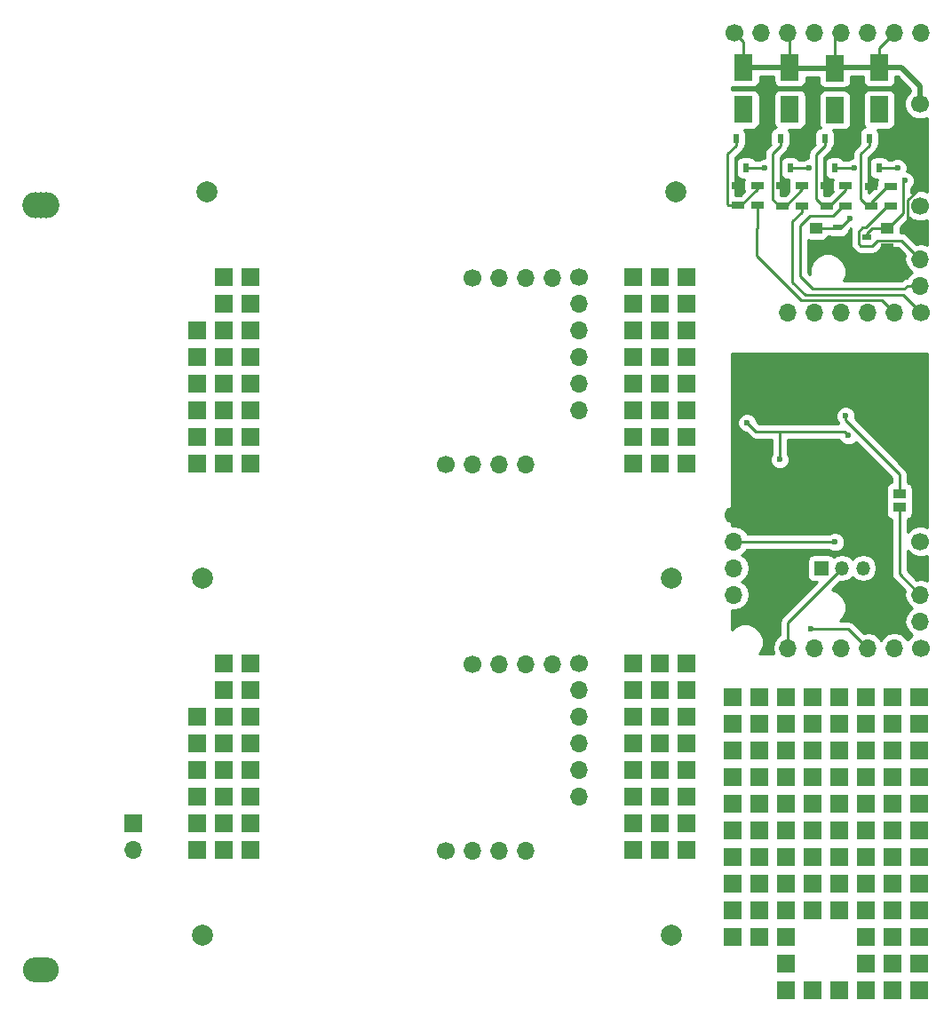
<source format=gbl>
%MOIN*%
%OFA0B0*%
%FSLAX46Y46*%
%IPPOS*%
%LPD*%
%ADD10C,0.0039370078740157488*%
%ADD11R,0.066929133858267723X0.066929133858267723*%
%ADD22C,0.0039370078740157488*%
%ADD23C,0.066929133858267723*%
%ADD24O,0.066929133858267723X0.066929133858267723*%
%ADD25R,0.035433070866141732X0.023622047244094488*%
%ADD26R,0.049212598425196853X0.03937007874015748*%
%ADD27R,0.070866141732283464X0.0984251968503937*%
%ADD28R,0.051181102362204731X0.027559055118110236*%
%ADD29R,0.023622047244094488X0.035433070866141732*%
%ADD30C,0.023622047244094488*%
%ADD31C,0.00984251968503937*%
%ADD32C,0.01968503937007874*%
%ADD33C,0.01*%
%ADD44C,0.0039370078740157488*%
%ADD45O,0.0984251968503937X0.0984251968503937*%
%ADD46O,0.094488188976377951X0.094488188976377951*%
%ADD47R,0.066929133858267723X0.066929133858267723*%
%ADD48O,0.066929133858267723X0.066929133858267723*%
%ADD59C,0.0039370078740157488*%
%ADD60R,0.066929133858267723X0.066929133858267723*%
%ADD61C,0.066929133858267723*%
%ADD62O,0.066929133858267723X0.066929133858267723*%
%ADD63C,0.07874015748031496*%
%ADD74C,0.0039370078740157488*%
%ADD75R,0.066929133858267723X0.066929133858267723*%
%ADD76C,0.066929133858267723*%
%ADD77O,0.066929133858267723X0.066929133858267723*%
%ADD78C,0.07874015748031496*%
%ADD89C,0.0039370078740157488*%
%ADD90C,0.066929133858267723*%
%ADD91O,0.066929133858267723X0.066929133858267723*%
%ADD92R,0.053149606299212608X0.053149606299212608*%
%ADD93O,0.053149606299212608X0.053149606299212608*%
%ADD94R,0.05X0.038188976377952759*%
%ADD95C,0.023622047244094488*%
%ADD96C,0.00984251968503937*%
%ADD97C,0.01*%
%LPD*%
G01*
D10*
D11*
X-0002165354Y0005511811D02*
X0003684645Y0001161811D03*
X0003584645Y0001161811D03*
X0003684645Y0001061811D03*
X0003584645Y0001061811D03*
X0002984645Y0001161811D03*
X0003084645Y0001161811D03*
X0003184645Y0001161811D03*
X0003284645Y0001161811D03*
X0003384645Y0001161811D03*
X0003484645Y0001161811D03*
X0002984645Y0001061811D03*
X0003084645Y0001061811D03*
X0003184645Y0001061811D03*
X0003284645Y0001061811D03*
X0003384645Y0001061811D03*
X0003484645Y0001061811D03*
X0002984645Y0000961810D03*
X0003084645Y0000961810D03*
X0003184645Y0000961810D03*
X0003284645Y0000961810D03*
X0003384645Y0000961810D03*
X0003484645Y0000961810D03*
X0003584645Y0000961810D03*
X0003684645Y0000961810D03*
X0002984645Y0000861810D03*
X0003084645Y0000861810D03*
X0003184645Y0000861810D03*
X0003284645Y0000861810D03*
X0003384645Y0000861810D03*
X0003484645Y0000861810D03*
X0003584645Y0000861810D03*
X0003684645Y0000861810D03*
X0002984645Y0000761810D03*
X0003084645Y0000761810D03*
X0003184645Y0000761810D03*
X0003284645Y0000761810D03*
X0003384645Y0000761810D03*
X0003484645Y0000761810D03*
X0003584645Y0000761810D03*
X0003684645Y0000761810D03*
X0002984645Y0000661811D03*
X0003084645Y0000661811D03*
X0003184645Y0000661811D03*
X0003284645Y0000661811D03*
X0003384645Y0000661811D03*
X0003484645Y0000661811D03*
X0003584645Y0000661811D03*
X0003684645Y0000661811D03*
X0002984645Y0000561810D03*
X0003084645Y0000561810D03*
X0003184645Y0000561810D03*
X0003284645Y0000561810D03*
X0003384645Y0000561810D03*
X0003484645Y0000561810D03*
X0003584645Y0000561810D03*
X0003684645Y0000561810D03*
X0002984645Y0000461809D03*
X0003084645Y0000461809D03*
X0003184645Y0000461809D03*
X0003284645Y0000461809D03*
X0003384645Y0000461809D03*
X0003484645Y0000461809D03*
X0003584645Y0000461809D03*
X0003684645Y0000461809D03*
X0002984645Y0000361810D03*
X0003084645Y0000361810D03*
X0003184645Y0000361810D03*
X0003284645Y0000361810D03*
X0003384645Y0000361810D03*
X0003484645Y0000361810D03*
X0003584645Y0000361810D03*
X0003684645Y0000361810D03*
X0002984645Y0000261811D03*
X0003084645Y0000261811D03*
X0003184645Y0000261811D03*
X0003484645Y0000261811D03*
X0003584645Y0000261811D03*
X0003684645Y0000261811D03*
X0003184645Y0000161811D03*
X0003484645Y0000161811D03*
X0003584645Y0000161811D03*
X0003684645Y0000161811D03*
X0003184645Y0000061810D03*
X0003284645Y0000061810D03*
X0003384645Y0000061810D03*
X0003484645Y0000061810D03*
X0003584645Y0000061810D03*
X0003684645Y0000061810D03*
G01*
D22*
D23*
X-0003740157Y0007480314D02*
X0003684842Y0003390314D03*
D24*
X0003684842Y0003290314D03*
D23*
X0002989842Y0003657314D03*
D24*
X0003089842Y0003657314D03*
X0003189842Y0003657314D03*
X0003289842Y0003657314D03*
X0003389842Y0003657314D03*
X0003489842Y0003657314D03*
X0003589842Y0003657314D03*
X0003689842Y0003657314D03*
D23*
X0003687341Y0003007814D03*
D24*
X0003687341Y0002907814D03*
X0003687341Y0002807814D03*
X0003687341Y0002707814D03*
D23*
X0003689842Y0002607813D03*
D24*
X0003589842Y0002607813D03*
X0003489842Y0002607813D03*
X0003389842Y0002607813D03*
X0003289842Y0002607813D03*
X0003189842Y0002607813D03*
D25*
X0003485960Y0002889314D03*
X0003375724Y0002926716D03*
X0003375724Y0002851912D03*
D26*
X0003561842Y0002924684D03*
X0003561842Y0002845944D03*
X0003294842Y0002923185D03*
X0003294842Y0002844444D03*
D27*
X0003023842Y0003527055D03*
X0003023842Y0003369574D03*
D28*
X0003074842Y0003083716D03*
X0003074842Y0003008913D03*
X0003002842Y0003083716D03*
X0003002842Y0003008913D03*
D29*
X0003032842Y0003150196D03*
X0003070244Y0003260433D03*
X0002995440Y0003260433D03*
D27*
X0003197842Y0003527055D03*
X0003197842Y0003369574D03*
X0003365842Y0003525055D03*
X0003365842Y0003367574D03*
X0003532841Y0003527055D03*
X0003532841Y0003369574D03*
D29*
X0003198842Y0003149196D03*
X0003236244Y0003259433D03*
X0003161440Y0003259433D03*
X0003365842Y0003149196D03*
X0003403244Y0003259433D03*
X0003328439Y0003259433D03*
X0003532841Y0003150196D03*
X0003570244Y0003260433D03*
X0003495440Y0003260433D03*
D28*
X0003242841Y0003082716D03*
X0003242841Y0003007913D03*
X0003169842Y0003082716D03*
X0003169842Y0003007913D03*
X0003407842Y0003082716D03*
X0003407842Y0003007913D03*
X0003335842Y0003082716D03*
X0003335842Y0003007913D03*
X0003574842Y0003081716D03*
X0003574842Y0003006913D03*
X0003502842Y0003081716D03*
X0003502842Y0003006913D03*
D30*
X0003564342Y0002754314D03*
X0003628842Y0003101814D03*
X0003422342Y0002959814D03*
X0003102342Y0003150313D03*
X0003023842Y0003369574D03*
X0003271342Y0003149314D03*
X0003197842Y0003369574D03*
X0003438342Y0003149814D03*
X0003365842Y0003367574D03*
X0003601842Y0003150313D03*
X0003533842Y0003373814D03*
D31*
X0003561842Y0002845944D02*
X0003561842Y0002756814D01*
X0003561842Y0002756814D02*
X0003564342Y0002754314D01*
X0003684842Y0003073779D02*
X0003684842Y0003242988D01*
X0003641082Y0003030019D02*
X0003684842Y0003073779D01*
X0003641082Y0002954074D02*
X0003641082Y0003030019D01*
X0003687341Y0002907814D02*
X0003641082Y0002954074D01*
X0003684842Y0003242988D02*
X0003684842Y0003290314D01*
X0003305090Y0002834196D02*
X0003294842Y0002844444D01*
X0003561842Y0002845944D02*
X0003566763Y0002845944D01*
X0003546593Y0002830696D02*
X0003561842Y0002845944D01*
X0003547094Y0002831196D02*
X0003561842Y0002845944D01*
X0003464401Y0002858313D02*
X0003506889Y0002858313D01*
X0003506889Y0002858313D02*
X0003526999Y0002878425D01*
X0003526999Y0002878425D02*
X0003616732Y0002878425D01*
X0003616732Y0002878425D02*
X0003653877Y0002841279D01*
X0003653877Y0002841279D02*
X0003687341Y0002807814D01*
X0003481933Y0002925814D02*
X0003469901Y0002925814D01*
X0003469901Y0002925814D02*
X0003455448Y0002911362D01*
X0003455448Y0002911362D02*
X0003455448Y0002867267D01*
X0003455448Y0002867267D02*
X0003464401Y0002858313D01*
X0003563031Y0003006913D02*
X0003481933Y0002925814D01*
X0003574842Y0003006913D02*
X0003563031Y0003006913D01*
X0003234842Y0002916814D02*
X0003234842Y0002933314D01*
X0003272342Y0002970814D02*
X0003358933Y0002970814D01*
X0003234842Y0002933314D02*
X0003272342Y0002970814D01*
X0003351842Y0002695314D02*
X0003283342Y0002695314D01*
X0003235842Y0002801813D02*
X0003234842Y0002801813D01*
X0003235842Y0002742814D02*
X0003235842Y0002801813D01*
X0003283342Y0002695314D02*
X0003235842Y0002742814D01*
X0003351842Y0002695314D02*
X0003627516Y0002695314D01*
X0003627516Y0002695314D02*
X0003640015Y0002707814D01*
X0003640015Y0002707814D02*
X0003687341Y0002707814D01*
X0003234842Y0002916814D02*
X0003234842Y0002801813D01*
X0003396031Y0003007913D02*
X0003358933Y0002970814D01*
X0003407842Y0003007913D02*
X0003396031Y0003007913D01*
X0003338342Y0002673314D02*
X0003254841Y0002673314D01*
X0003206841Y0002814814D02*
X0003207409Y0002814814D01*
X0003206841Y0002721314D02*
X0003206841Y0002814814D01*
X0003254841Y0002673314D02*
X0003206841Y0002721314D01*
X0003656377Y0002641279D02*
X0003689842Y0002607813D01*
X0003624342Y0002673314D02*
X0003656377Y0002641279D01*
X0003338342Y0002673314D02*
X0003624342Y0002673314D01*
X0003242841Y0003007913D02*
X0003242841Y0002984291D01*
X0003207409Y0002948858D02*
X0003207409Y0002814814D01*
X0003242841Y0002984291D02*
X0003207409Y0002948858D01*
X0003326841Y0002654074D02*
X0003239582Y0002654074D01*
X0003074342Y0002921813D02*
X0003074842Y0002921813D01*
X0003074342Y0002819314D02*
X0003074342Y0002921813D01*
X0003239582Y0002654074D02*
X0003074342Y0002819314D01*
X0003556377Y0002641279D02*
X0003589842Y0002607813D01*
X0003326841Y0002654074D02*
X0003543582Y0002654074D01*
X0003543582Y0002654074D02*
X0003556377Y0002641279D01*
X0003074842Y0003008913D02*
X0003074842Y0002921813D01*
X0003485960Y0002889314D02*
X0003485960Y0002902933D01*
X0003507711Y0002924684D02*
X0003561842Y0002924684D01*
X0003485960Y0002902933D02*
X0003507711Y0002924684D01*
X0003623365Y0003027314D02*
X0003623365Y0003096338D01*
X0003623365Y0003096338D02*
X0003628842Y0003101814D01*
X0003566763Y0002924684D02*
X0003623365Y0002981286D01*
X0003623365Y0002981286D02*
X0003623365Y0003027314D01*
X0003561842Y0002924684D02*
X0003566763Y0002924684D01*
X0003555826Y0002924684D02*
X0003561842Y0002924684D01*
X0003532841Y0003527055D02*
X0003532841Y0003600314D01*
X0003532841Y0003600314D02*
X0003589842Y0003657314D01*
D32*
X0003684842Y0003458314D02*
X0003616102Y0003527055D01*
X0003684842Y0003390314D02*
X0003684842Y0003458314D01*
X0003616102Y0003527055D02*
X0003532841Y0003527055D01*
D31*
X0003365842Y0003525055D02*
X0003365842Y0003633314D01*
X0003365842Y0003633314D02*
X0003389842Y0003657314D01*
X0003197842Y0003527055D02*
X0003197842Y0003649314D01*
X0003197842Y0003649314D02*
X0003189842Y0003657314D01*
X0003023842Y0003527055D02*
X0003023842Y0003623314D01*
X0003023842Y0003623314D02*
X0002989842Y0003657314D01*
D32*
X0003197842Y0003527055D02*
X0003152566Y0003527055D01*
X0003152566Y0003527055D02*
X0003023842Y0003527055D01*
X0003365842Y0003525055D02*
X0003199842Y0003525055D01*
D31*
X0003199842Y0003525055D02*
X0003197842Y0003527055D01*
D32*
X0003532841Y0003527055D02*
X0003367842Y0003527055D01*
D31*
X0003367842Y0003527055D02*
X0003365842Y0003525055D01*
X0003375724Y0002926716D02*
X0003389244Y0002926716D01*
X0003389244Y0002926716D02*
X0003422342Y0002959814D01*
X0003294842Y0002923185D02*
X0003372192Y0002923185D01*
X0003372192Y0002923185D02*
X0003375724Y0002926716D01*
X0003102342Y0003150313D02*
X0003032960Y0003150313D01*
X0003032960Y0003150313D02*
X0003032842Y0003150196D01*
X0003032842Y0003360574D02*
X0003023842Y0003369574D01*
X0003002842Y0003008913D02*
X0002967409Y0003008913D01*
X0002967409Y0003008913D02*
X0002964456Y0003011866D01*
X0002964456Y0003011866D02*
X0002964456Y0003201888D01*
X0002964456Y0003201888D02*
X0002995440Y0003232874D01*
X0002995440Y0003232874D02*
X0002995440Y0003260433D01*
X0003002842Y0003008913D02*
X0003014652Y0003008913D01*
X0003014652Y0003008913D02*
X0003074842Y0003069102D01*
X0003074842Y0003069102D02*
X0003074842Y0003083716D01*
X0003271342Y0003149314D02*
X0003198959Y0003149314D01*
X0003198959Y0003149314D02*
X0003198842Y0003149196D01*
X0003198842Y0003368574D02*
X0003197842Y0003369574D01*
X0003438342Y0003149814D02*
X0003366460Y0003149814D01*
X0003366460Y0003149814D02*
X0003365842Y0003149196D01*
X0003601842Y0003150313D02*
X0003532960Y0003150313D01*
X0003532960Y0003150313D02*
X0003532841Y0003150196D01*
X0003169842Y0003007913D02*
X0003158031Y0003007913D01*
X0003158031Y0003007913D02*
X0003131456Y0003034488D01*
X0003131456Y0003034488D02*
X0003131456Y0003201888D01*
X0003131456Y0003201888D02*
X0003161440Y0003231874D01*
X0003161440Y0003231874D02*
X0003161440Y0003259433D01*
X0003169842Y0003007913D02*
X0003181653Y0003007913D01*
X0003181653Y0003007913D02*
X0003242841Y0003069102D01*
X0003242841Y0003069102D02*
X0003242841Y0003082716D01*
X0003335842Y0003007913D02*
X0003324031Y0003007913D01*
X0003324031Y0003007913D02*
X0003297455Y0003034488D01*
X0003297455Y0003034488D02*
X0003297455Y0003200889D01*
X0003297455Y0003200889D02*
X0003328439Y0003231874D01*
X0003328439Y0003231874D02*
X0003328439Y0003259433D01*
X0003335842Y0003007913D02*
X0003347653Y0003007913D01*
X0003347653Y0003007913D02*
X0003407842Y0003068101D01*
X0003407842Y0003068101D02*
X0003407842Y0003082716D01*
X0003502842Y0003006913D02*
X0003491031Y0003006913D01*
X0003491031Y0003006913D02*
X0003464456Y0003033488D01*
X0003464456Y0003033488D02*
X0003464456Y0003201888D01*
X0003464456Y0003201888D02*
X0003495440Y0003232874D01*
X0003495440Y0003232874D02*
X0003495440Y0003260433D01*
X0003574842Y0003081716D02*
X0003563031Y0003081716D01*
X0003563031Y0003081716D02*
X0003502842Y0003021527D01*
X0003502842Y0003021527D02*
X0003502842Y0003006913D01*
D33*
G36*
X0003427929Y0002922999D02*
X0003427805Y0002922812D01*
X0003425527Y0002911362D01*
X0003425527Y0002867267D01*
X0003427805Y0002855817D01*
X0003434291Y0002846110D01*
X0003443243Y0002837157D01*
X0003452951Y0002830671D01*
X0003464401Y0002828393D01*
X0003506889Y0002828393D01*
X0003518340Y0002830671D01*
X0003528047Y0002837157D01*
X0003539393Y0002848503D01*
X0003604338Y0002848503D01*
X0003630600Y0002822240D01*
X0003627732Y0002807814D01*
X0003632182Y0002785441D01*
X0003644856Y0002766474D01*
X0003657815Y0002757814D01*
X0003644856Y0002749155D01*
X0003636798Y0002737096D01*
X0003628566Y0002735458D01*
X0003618858Y0002728972D01*
X0003615121Y0002725236D01*
X0003399238Y0002725236D01*
X0003408136Y0002746668D01*
X0003408161Y0002773842D01*
X0003397784Y0002798957D01*
X0003378585Y0002818189D01*
X0003353489Y0002828609D01*
X0003326315Y0002828633D01*
X0003301200Y0002818256D01*
X0003281968Y0002799058D01*
X0003271546Y0002773961D01*
X0003271525Y0002749445D01*
X0003265763Y0002755208D01*
X0003265763Y0002801813D01*
X0003264763Y0002806842D01*
X0003264763Y0002879118D01*
X0003270236Y0002878010D01*
X0003319448Y0002878010D01*
X0003328713Y0002879753D01*
X0003337222Y0002885228D01*
X0003342712Y0002893263D01*
X0003345398Y0002893263D01*
X0003348090Y0002891423D01*
X0003358007Y0002889415D01*
X0003393440Y0002889415D01*
X0003402705Y0002891158D01*
X0003411213Y0002896634D01*
X0003416922Y0002904988D01*
X0003418723Y0002913880D01*
X0003427841Y0002922999D01*
X0003427929Y0002922999D01*
X0003427929Y0002922999D01*
G37*
X0003427929Y0002922999D02*
X0003427805Y0002922812D01*
X0003425527Y0002911362D01*
X0003425527Y0002867267D01*
X0003427805Y0002855817D01*
X0003434291Y0002846110D01*
X0003443243Y0002837157D01*
X0003452951Y0002830671D01*
X0003464401Y0002828393D01*
X0003506889Y0002828393D01*
X0003518340Y0002830671D01*
X0003528047Y0002837157D01*
X0003539393Y0002848503D01*
X0003604338Y0002848503D01*
X0003630600Y0002822240D01*
X0003627732Y0002807814D01*
X0003632182Y0002785441D01*
X0003644856Y0002766474D01*
X0003657815Y0002757814D01*
X0003644856Y0002749155D01*
X0003636798Y0002737096D01*
X0003628566Y0002735458D01*
X0003618858Y0002728972D01*
X0003615121Y0002725236D01*
X0003399238Y0002725236D01*
X0003408136Y0002746668D01*
X0003408161Y0002773842D01*
X0003397784Y0002798957D01*
X0003378585Y0002818189D01*
X0003353489Y0002828609D01*
X0003326315Y0002828633D01*
X0003301200Y0002818256D01*
X0003281968Y0002799058D01*
X0003271546Y0002773961D01*
X0003271525Y0002749445D01*
X0003265763Y0002755208D01*
X0003265763Y0002801813D01*
X0003264763Y0002806842D01*
X0003264763Y0002879118D01*
X0003270236Y0002878010D01*
X0003319448Y0002878010D01*
X0003328713Y0002879753D01*
X0003337222Y0002885228D01*
X0003342712Y0002893263D01*
X0003345398Y0002893263D01*
X0003348090Y0002891423D01*
X0003358007Y0002889415D01*
X0003393440Y0002889415D01*
X0003402705Y0002891158D01*
X0003411213Y0002896634D01*
X0003416922Y0002904988D01*
X0003418723Y0002913880D01*
X0003427841Y0002922999D01*
X0003427929Y0002922999D01*
G36*
X0003654181Y0002958280D02*
X0003675662Y0002949360D01*
X0003698920Y0002949340D01*
X0003712204Y0002954829D01*
X0003712204Y0002860931D01*
X0003710861Y0002861829D01*
X0003688487Y0002866279D01*
X0003686197Y0002866279D01*
X0003673682Y0002863790D01*
X0003637888Y0002899582D01*
X0003628182Y0002906068D01*
X0003616732Y0002908346D01*
X0003611938Y0002908346D01*
X0003611938Y0002927543D01*
X0003644523Y0002960129D01*
X0003647655Y0002964817D01*
X0003654181Y0002958280D01*
X0003654181Y0002958280D01*
G37*
X0003654181Y0002958280D02*
X0003675662Y0002949360D01*
X0003698920Y0002949340D01*
X0003712204Y0002954829D01*
X0003712204Y0002860931D01*
X0003710861Y0002861829D01*
X0003688487Y0002866279D01*
X0003686197Y0002866279D01*
X0003673682Y0002863790D01*
X0003637888Y0002899582D01*
X0003628182Y0002906068D01*
X0003616732Y0002908346D01*
X0003611938Y0002908346D01*
X0003611938Y0002927543D01*
X0003644523Y0002960129D01*
X0003647655Y0002964817D01*
X0003654181Y0002958280D01*
G36*
X0003136919Y0003477842D02*
X0003138662Y0003468578D01*
X0003144138Y0003460069D01*
X0003152492Y0003454360D01*
X0003162409Y0003452352D01*
X0003233275Y0003452352D01*
X0003242540Y0003454095D01*
X0003251048Y0003459571D01*
X0003256757Y0003467925D01*
X0003258765Y0003477842D01*
X0003258765Y0003490212D01*
X0003304919Y0003490212D01*
X0003304919Y0003475842D01*
X0003306662Y0003466578D01*
X0003312138Y0003458069D01*
X0003320492Y0003452360D01*
X0003330409Y0003450352D01*
X0003401274Y0003450352D01*
X0003410539Y0003452095D01*
X0003419048Y0003457571D01*
X0003424757Y0003465925D01*
X0003426765Y0003475842D01*
X0003426765Y0003492212D01*
X0003471919Y0003492212D01*
X0003471919Y0003477842D01*
X0003473662Y0003468578D01*
X0003479138Y0003460069D01*
X0003487492Y0003454360D01*
X0003497409Y0003452352D01*
X0003568275Y0003452352D01*
X0003577540Y0003454095D01*
X0003586048Y0003459571D01*
X0003591757Y0003467925D01*
X0003593765Y0003477842D01*
X0003593765Y0003492212D01*
X0003601670Y0003492212D01*
X0003650000Y0003443881D01*
X0003650000Y0003438142D01*
X0003635307Y0003423475D01*
X0003626388Y0003401995D01*
X0003626367Y0003378736D01*
X0003635249Y0003357240D01*
X0003651681Y0003340780D01*
X0003673162Y0003331860D01*
X0003696420Y0003331840D01*
X0003712204Y0003338362D01*
X0003712204Y0003060795D01*
X0003699022Y0003066269D01*
X0003675764Y0003066289D01*
X0003654268Y0003057407D01*
X0003653286Y0003056428D01*
X0003653286Y0003074203D01*
X0003660031Y0003080934D01*
X0003665647Y0003094460D01*
X0003665659Y0003109105D01*
X0003660067Y0003122639D01*
X0003649721Y0003133003D01*
X0003636749Y0003138390D01*
X0003638647Y0003142960D01*
X0003638658Y0003157605D01*
X0003633067Y0003171139D01*
X0003622720Y0003181503D01*
X0003609196Y0003187118D01*
X0003594552Y0003187132D01*
X0003581017Y0003181540D01*
X0003579711Y0003180236D01*
X0003566432Y0003180236D01*
X0003562924Y0003185686D01*
X0003554569Y0003191394D01*
X0003544653Y0003193403D01*
X0003521031Y0003193403D01*
X0003511767Y0003191659D01*
X0003503258Y0003186184D01*
X0003497549Y0003177830D01*
X0003495540Y0003167912D01*
X0003495540Y0003132480D01*
X0003497284Y0003123215D01*
X0003502760Y0003114707D01*
X0003511114Y0003108998D01*
X0003521031Y0003106990D01*
X0003526847Y0003106990D01*
X0003525770Y0003105412D01*
X0003523762Y0003095496D01*
X0003523762Y0003084762D01*
X0003494377Y0003055377D01*
X0003494377Y0003189495D01*
X0003516597Y0003211716D01*
X0003520280Y0003217226D01*
X0003523084Y0003221422D01*
X0003523487Y0003223455D01*
X0003525024Y0003224445D01*
X0003530733Y0003232799D01*
X0003532741Y0003242715D01*
X0003532741Y0003278149D01*
X0003530997Y0003287414D01*
X0003526199Y0003294872D01*
X0003568275Y0003294872D01*
X0003577540Y0003296615D01*
X0003586048Y0003302090D01*
X0003591757Y0003310445D01*
X0003593765Y0003320362D01*
X0003593765Y0003418787D01*
X0003592022Y0003428051D01*
X0003586546Y0003436560D01*
X0003578192Y0003442268D01*
X0003568275Y0003444277D01*
X0003497409Y0003444277D01*
X0003488145Y0003442533D01*
X0003479636Y0003437058D01*
X0003473927Y0003428704D01*
X0003471919Y0003418787D01*
X0003471919Y0003320362D01*
X0003473662Y0003311097D01*
X0003479020Y0003302772D01*
X0003474365Y0003301896D01*
X0003465855Y0003296420D01*
X0003460148Y0003288066D01*
X0003458140Y0003278149D01*
X0003458140Y0003242715D01*
X0003458904Y0003238652D01*
X0003443299Y0003223047D01*
X0003436813Y0003213340D01*
X0003434534Y0003201888D01*
X0003434534Y0003186629D01*
X0003431052Y0003186632D01*
X0003417517Y0003181040D01*
X0003416211Y0003179736D01*
X0003399110Y0003179736D01*
X0003395924Y0003184685D01*
X0003387570Y0003190394D01*
X0003377653Y0003192403D01*
X0003354031Y0003192403D01*
X0003344767Y0003190658D01*
X0003336258Y0003185184D01*
X0003330549Y0003176830D01*
X0003328541Y0003166913D01*
X0003328541Y0003131479D01*
X0003330284Y0003122215D01*
X0003335760Y0003113707D01*
X0003344114Y0003107998D01*
X0003354031Y0003105990D01*
X0003358683Y0003105990D01*
X0003356762Y0003096496D01*
X0003356762Y0003068937D01*
X0003358282Y0003060857D01*
X0003344607Y0003047182D01*
X0003327377Y0003047182D01*
X0003327377Y0003188495D01*
X0003349598Y0003210716D01*
X0003354444Y0003217970D01*
X0003356084Y0003220423D01*
X0003356488Y0003222456D01*
X0003358025Y0003223445D01*
X0003363732Y0003231798D01*
X0003365741Y0003241716D01*
X0003365741Y0003277149D01*
X0003363998Y0003286414D01*
X0003359842Y0003292872D01*
X0003401274Y0003292872D01*
X0003410539Y0003294615D01*
X0003419048Y0003300090D01*
X0003424757Y0003308445D01*
X0003426765Y0003318362D01*
X0003426765Y0003416787D01*
X0003425021Y0003426051D01*
X0003419546Y0003434560D01*
X0003411192Y0003440268D01*
X0003401274Y0003442277D01*
X0003330409Y0003442277D01*
X0003321144Y0003440533D01*
X0003312636Y0003435058D01*
X0003306926Y0003426704D01*
X0003304919Y0003416787D01*
X0003304919Y0003318362D01*
X0003306662Y0003309097D01*
X0003311446Y0003301664D01*
X0003307365Y0003300896D01*
X0003298856Y0003295420D01*
X0003293148Y0003287066D01*
X0003291140Y0003277149D01*
X0003291140Y0003241716D01*
X0003291904Y0003237652D01*
X0003276299Y0003222047D01*
X0003269812Y0003212340D01*
X0003267535Y0003200889D01*
X0003267535Y0003186129D01*
X0003264052Y0003186131D01*
X0003250517Y0003180540D01*
X0003249211Y0003179236D01*
X0003232432Y0003179236D01*
X0003228924Y0003184685D01*
X0003220570Y0003190394D01*
X0003210653Y0003192403D01*
X0003187031Y0003192403D01*
X0003177767Y0003190658D01*
X0003169258Y0003185184D01*
X0003163549Y0003176830D01*
X0003161541Y0003166913D01*
X0003161541Y0003131479D01*
X0003163284Y0003122215D01*
X0003168760Y0003113707D01*
X0003177114Y0003107998D01*
X0003187031Y0003105990D01*
X0003193684Y0003105990D01*
X0003191762Y0003096496D01*
X0003191762Y0003068937D01*
X0003193124Y0003061699D01*
X0003178607Y0003047182D01*
X0003161377Y0003047182D01*
X0003161377Y0003189495D01*
X0003182598Y0003210716D01*
X0003189083Y0003220423D01*
X0003189488Y0003222456D01*
X0003191025Y0003223445D01*
X0003196733Y0003231798D01*
X0003198741Y0003241716D01*
X0003198741Y0003277149D01*
X0003196998Y0003286414D01*
X0003191555Y0003294872D01*
X0003233275Y0003294872D01*
X0003242540Y0003296615D01*
X0003251048Y0003302090D01*
X0003256757Y0003310445D01*
X0003258765Y0003320362D01*
X0003258765Y0003418787D01*
X0003257022Y0003428051D01*
X0003251546Y0003436560D01*
X0003243192Y0003442268D01*
X0003233275Y0003444277D01*
X0003162409Y0003444277D01*
X0003153144Y0003442533D01*
X0003144636Y0003437058D01*
X0003138926Y0003428704D01*
X0003136919Y0003418787D01*
X0003136919Y0003320362D01*
X0003138662Y0003311097D01*
X0003144138Y0003302588D01*
X0003145266Y0003301818D01*
X0003140365Y0003300896D01*
X0003131856Y0003295420D01*
X0003126148Y0003287066D01*
X0003124140Y0003277149D01*
X0003124140Y0003241716D01*
X0003124904Y0003237652D01*
X0003110299Y0003223047D01*
X0003103813Y0003213340D01*
X0003101535Y0003201888D01*
X0003101535Y0003187126D01*
X0003095051Y0003187132D01*
X0003081517Y0003181540D01*
X0003080211Y0003180236D01*
X0003066432Y0003180236D01*
X0003062924Y0003185686D01*
X0003054570Y0003191394D01*
X0003044653Y0003193403D01*
X0003021031Y0003193403D01*
X0003011767Y0003191659D01*
X0003003258Y0003186184D01*
X0002997549Y0003177830D01*
X0002995541Y0003167912D01*
X0002995541Y0003132480D01*
X0002997284Y0003123215D01*
X0003002760Y0003114707D01*
X0003011114Y0003108998D01*
X0003021031Y0003106990D01*
X0003025684Y0003106990D01*
X0003023762Y0003097496D01*
X0003023762Y0003069937D01*
X0003025282Y0003061857D01*
X0003011606Y0003048182D01*
X0002994377Y0003048182D01*
X0002994377Y0003189495D01*
X0003016598Y0003211716D01*
X0003020279Y0003217226D01*
X0003023084Y0003221422D01*
X0003023488Y0003223455D01*
X0003025025Y0003224445D01*
X0003030733Y0003232799D01*
X0003032741Y0003242715D01*
X0003032741Y0003278149D01*
X0003030998Y0003287414D01*
X0003026199Y0003294872D01*
X0003059275Y0003294872D01*
X0003068540Y0003296615D01*
X0003077048Y0003302090D01*
X0003082757Y0003310445D01*
X0003084765Y0003320362D01*
X0003084765Y0003418787D01*
X0003083021Y0003428051D01*
X0003077546Y0003436560D01*
X0003069192Y0003442268D01*
X0003059275Y0003444277D01*
X0002988409Y0003444277D01*
X0002980708Y0003442828D01*
X0002980708Y0003453911D01*
X0002988409Y0003452352D01*
X0003059275Y0003452352D01*
X0003068540Y0003454095D01*
X0003077048Y0003459571D01*
X0003082757Y0003467925D01*
X0003084765Y0003477842D01*
X0003084765Y0003492212D01*
X0003136919Y0003492212D01*
X0003136919Y0003477842D01*
X0003136919Y0003477842D01*
G37*
X0003136919Y0003477842D02*
X0003138662Y0003468578D01*
X0003144138Y0003460069D01*
X0003152492Y0003454360D01*
X0003162409Y0003452352D01*
X0003233275Y0003452352D01*
X0003242540Y0003454095D01*
X0003251048Y0003459571D01*
X0003256757Y0003467925D01*
X0003258765Y0003477842D01*
X0003258765Y0003490212D01*
X0003304919Y0003490212D01*
X0003304919Y0003475842D01*
X0003306662Y0003466578D01*
X0003312138Y0003458069D01*
X0003320492Y0003452360D01*
X0003330409Y0003450352D01*
X0003401274Y0003450352D01*
X0003410539Y0003452095D01*
X0003419048Y0003457571D01*
X0003424757Y0003465925D01*
X0003426765Y0003475842D01*
X0003426765Y0003492212D01*
X0003471919Y0003492212D01*
X0003471919Y0003477842D01*
X0003473662Y0003468578D01*
X0003479138Y0003460069D01*
X0003487492Y0003454360D01*
X0003497409Y0003452352D01*
X0003568275Y0003452352D01*
X0003577540Y0003454095D01*
X0003586048Y0003459571D01*
X0003591757Y0003467925D01*
X0003593765Y0003477842D01*
X0003593765Y0003492212D01*
X0003601670Y0003492212D01*
X0003650000Y0003443881D01*
X0003650000Y0003438142D01*
X0003635307Y0003423475D01*
X0003626388Y0003401995D01*
X0003626367Y0003378736D01*
X0003635249Y0003357240D01*
X0003651681Y0003340780D01*
X0003673162Y0003331860D01*
X0003696420Y0003331840D01*
X0003712204Y0003338362D01*
X0003712204Y0003060795D01*
X0003699022Y0003066269D01*
X0003675764Y0003066289D01*
X0003654268Y0003057407D01*
X0003653286Y0003056428D01*
X0003653286Y0003074203D01*
X0003660031Y0003080934D01*
X0003665647Y0003094460D01*
X0003665659Y0003109105D01*
X0003660067Y0003122639D01*
X0003649721Y0003133003D01*
X0003636749Y0003138390D01*
X0003638647Y0003142960D01*
X0003638658Y0003157605D01*
X0003633067Y0003171139D01*
X0003622720Y0003181503D01*
X0003609196Y0003187118D01*
X0003594552Y0003187132D01*
X0003581017Y0003181540D01*
X0003579711Y0003180236D01*
X0003566432Y0003180236D01*
X0003562924Y0003185686D01*
X0003554569Y0003191394D01*
X0003544653Y0003193403D01*
X0003521031Y0003193403D01*
X0003511767Y0003191659D01*
X0003503258Y0003186184D01*
X0003497549Y0003177830D01*
X0003495540Y0003167912D01*
X0003495540Y0003132480D01*
X0003497284Y0003123215D01*
X0003502760Y0003114707D01*
X0003511114Y0003108998D01*
X0003521031Y0003106990D01*
X0003526847Y0003106990D01*
X0003525770Y0003105412D01*
X0003523762Y0003095496D01*
X0003523762Y0003084762D01*
X0003494377Y0003055377D01*
X0003494377Y0003189495D01*
X0003516597Y0003211716D01*
X0003520280Y0003217226D01*
X0003523084Y0003221422D01*
X0003523487Y0003223455D01*
X0003525024Y0003224445D01*
X0003530733Y0003232799D01*
X0003532741Y0003242715D01*
X0003532741Y0003278149D01*
X0003530997Y0003287414D01*
X0003526199Y0003294872D01*
X0003568275Y0003294872D01*
X0003577540Y0003296615D01*
X0003586048Y0003302090D01*
X0003591757Y0003310445D01*
X0003593765Y0003320362D01*
X0003593765Y0003418787D01*
X0003592022Y0003428051D01*
X0003586546Y0003436560D01*
X0003578192Y0003442268D01*
X0003568275Y0003444277D01*
X0003497409Y0003444277D01*
X0003488145Y0003442533D01*
X0003479636Y0003437058D01*
X0003473927Y0003428704D01*
X0003471919Y0003418787D01*
X0003471919Y0003320362D01*
X0003473662Y0003311097D01*
X0003479020Y0003302772D01*
X0003474365Y0003301896D01*
X0003465855Y0003296420D01*
X0003460148Y0003288066D01*
X0003458140Y0003278149D01*
X0003458140Y0003242715D01*
X0003458904Y0003238652D01*
X0003443299Y0003223047D01*
X0003436813Y0003213340D01*
X0003434534Y0003201888D01*
X0003434534Y0003186629D01*
X0003431052Y0003186632D01*
X0003417517Y0003181040D01*
X0003416211Y0003179736D01*
X0003399110Y0003179736D01*
X0003395924Y0003184685D01*
X0003387570Y0003190394D01*
X0003377653Y0003192403D01*
X0003354031Y0003192403D01*
X0003344767Y0003190658D01*
X0003336258Y0003185184D01*
X0003330549Y0003176830D01*
X0003328541Y0003166913D01*
X0003328541Y0003131479D01*
X0003330284Y0003122215D01*
X0003335760Y0003113707D01*
X0003344114Y0003107998D01*
X0003354031Y0003105990D01*
X0003358683Y0003105990D01*
X0003356762Y0003096496D01*
X0003356762Y0003068937D01*
X0003358282Y0003060857D01*
X0003344607Y0003047182D01*
X0003327377Y0003047182D01*
X0003327377Y0003188495D01*
X0003349598Y0003210716D01*
X0003354444Y0003217970D01*
X0003356084Y0003220423D01*
X0003356488Y0003222456D01*
X0003358025Y0003223445D01*
X0003363732Y0003231798D01*
X0003365741Y0003241716D01*
X0003365741Y0003277149D01*
X0003363998Y0003286414D01*
X0003359842Y0003292872D01*
X0003401274Y0003292872D01*
X0003410539Y0003294615D01*
X0003419048Y0003300090D01*
X0003424757Y0003308445D01*
X0003426765Y0003318362D01*
X0003426765Y0003416787D01*
X0003425021Y0003426051D01*
X0003419546Y0003434560D01*
X0003411192Y0003440268D01*
X0003401274Y0003442277D01*
X0003330409Y0003442277D01*
X0003321144Y0003440533D01*
X0003312636Y0003435058D01*
X0003306926Y0003426704D01*
X0003304919Y0003416787D01*
X0003304919Y0003318362D01*
X0003306662Y0003309097D01*
X0003311446Y0003301664D01*
X0003307365Y0003300896D01*
X0003298856Y0003295420D01*
X0003293148Y0003287066D01*
X0003291140Y0003277149D01*
X0003291140Y0003241716D01*
X0003291904Y0003237652D01*
X0003276299Y0003222047D01*
X0003269812Y0003212340D01*
X0003267535Y0003200889D01*
X0003267535Y0003186129D01*
X0003264052Y0003186131D01*
X0003250517Y0003180540D01*
X0003249211Y0003179236D01*
X0003232432Y0003179236D01*
X0003228924Y0003184685D01*
X0003220570Y0003190394D01*
X0003210653Y0003192403D01*
X0003187031Y0003192403D01*
X0003177767Y0003190658D01*
X0003169258Y0003185184D01*
X0003163549Y0003176830D01*
X0003161541Y0003166913D01*
X0003161541Y0003131479D01*
X0003163284Y0003122215D01*
X0003168760Y0003113707D01*
X0003177114Y0003107998D01*
X0003187031Y0003105990D01*
X0003193684Y0003105990D01*
X0003191762Y0003096496D01*
X0003191762Y0003068937D01*
X0003193124Y0003061699D01*
X0003178607Y0003047182D01*
X0003161377Y0003047182D01*
X0003161377Y0003189495D01*
X0003182598Y0003210716D01*
X0003189083Y0003220423D01*
X0003189488Y0003222456D01*
X0003191025Y0003223445D01*
X0003196733Y0003231798D01*
X0003198741Y0003241716D01*
X0003198741Y0003277149D01*
X0003196998Y0003286414D01*
X0003191555Y0003294872D01*
X0003233275Y0003294872D01*
X0003242540Y0003296615D01*
X0003251048Y0003302090D01*
X0003256757Y0003310445D01*
X0003258765Y0003320362D01*
X0003258765Y0003418787D01*
X0003257022Y0003428051D01*
X0003251546Y0003436560D01*
X0003243192Y0003442268D01*
X0003233275Y0003444277D01*
X0003162409Y0003444277D01*
X0003153144Y0003442533D01*
X0003144636Y0003437058D01*
X0003138926Y0003428704D01*
X0003136919Y0003418787D01*
X0003136919Y0003320362D01*
X0003138662Y0003311097D01*
X0003144138Y0003302588D01*
X0003145266Y0003301818D01*
X0003140365Y0003300896D01*
X0003131856Y0003295420D01*
X0003126148Y0003287066D01*
X0003124140Y0003277149D01*
X0003124140Y0003241716D01*
X0003124904Y0003237652D01*
X0003110299Y0003223047D01*
X0003103813Y0003213340D01*
X0003101535Y0003201888D01*
X0003101535Y0003187126D01*
X0003095051Y0003187132D01*
X0003081517Y0003181540D01*
X0003080211Y0003180236D01*
X0003066432Y0003180236D01*
X0003062924Y0003185686D01*
X0003054570Y0003191394D01*
X0003044653Y0003193403D01*
X0003021031Y0003193403D01*
X0003011767Y0003191659D01*
X0003003258Y0003186184D01*
X0002997549Y0003177830D01*
X0002995541Y0003167912D01*
X0002995541Y0003132480D01*
X0002997284Y0003123215D01*
X0003002760Y0003114707D01*
X0003011114Y0003108998D01*
X0003021031Y0003106990D01*
X0003025684Y0003106990D01*
X0003023762Y0003097496D01*
X0003023762Y0003069937D01*
X0003025282Y0003061857D01*
X0003011606Y0003048182D01*
X0002994377Y0003048182D01*
X0002994377Y0003189495D01*
X0003016598Y0003211716D01*
X0003020279Y0003217226D01*
X0003023084Y0003221422D01*
X0003023488Y0003223455D01*
X0003025025Y0003224445D01*
X0003030733Y0003232799D01*
X0003032741Y0003242715D01*
X0003032741Y0003278149D01*
X0003030998Y0003287414D01*
X0003026199Y0003294872D01*
X0003059275Y0003294872D01*
X0003068540Y0003296615D01*
X0003077048Y0003302090D01*
X0003082757Y0003310445D01*
X0003084765Y0003320362D01*
X0003084765Y0003418787D01*
X0003083021Y0003428051D01*
X0003077546Y0003436560D01*
X0003069192Y0003442268D01*
X0003059275Y0003444277D01*
X0002988409Y0003444277D01*
X0002980708Y0003442828D01*
X0002980708Y0003453911D01*
X0002988409Y0003452352D01*
X0003059275Y0003452352D01*
X0003068540Y0003454095D01*
X0003077048Y0003459571D01*
X0003082757Y0003467925D01*
X0003084765Y0003477842D01*
X0003084765Y0003492212D01*
X0003136919Y0003492212D01*
X0003136919Y0003477842D01*
G04 next file*
%LPD*%
G01*
D44*
D45*
X-0006692913Y0004921259D02*
X0000406771Y0003011299D03*
X0000367401Y0003011299D03*
D46*
X0000367401Y0000141220D03*
X0000406771Y0000141220D03*
X0000387086Y0000141220D03*
D45*
X0000387086Y0003011299D03*
D47*
X0000734586Y0000691259D03*
D48*
X0000734586Y0000591259D03*
G01*
D59*
D60*
X-0002465984Y-0006139999D02*
X0001171515Y0000590000D03*
X0001171515Y0000689999D03*
X0001171515Y0000790000D03*
X0001171515Y0000890000D03*
X0001171515Y0000990000D03*
X0001171515Y0001090000D03*
X0001171515Y0001190000D03*
X0001171515Y0001290000D03*
X0001071515Y0000590000D03*
X0001071515Y0000689999D03*
X0001071515Y0000790000D03*
X0001071515Y0000890000D03*
X0001071515Y0000990000D03*
X0001071515Y0001090000D03*
X0001071515Y0001190000D03*
X0001071515Y0001290000D03*
X0000971515Y0000590000D03*
X0000971515Y0000689999D03*
X0000971515Y0000790000D03*
X0000971515Y0000890000D03*
X0000971515Y0000990000D03*
X0000971515Y0001090000D03*
X0002609015Y0000590000D03*
X0002609015Y0000689999D03*
X0002609015Y0000790000D03*
X0002609015Y0000890000D03*
X0002609015Y0000990000D03*
X0002609015Y0001090000D03*
X0002609015Y0001190000D03*
X0002609015Y0001290000D03*
X0002709014Y0000590000D03*
X0002709014Y0000689999D03*
X0002709014Y0000790000D03*
X0002709014Y0000890000D03*
X0002709014Y0000990000D03*
X0002709014Y0001090000D03*
X0002709014Y0001190000D03*
X0002709014Y0001290000D03*
X0002809015Y0000590000D03*
X0002809015Y0000689999D03*
X0002809015Y0000790000D03*
X0002809015Y0000890000D03*
X0002809015Y0000990000D03*
X0002809015Y0001090000D03*
X0002809015Y0001190000D03*
X0002809015Y0001290000D03*
D61*
X0001906515Y0000587500D03*
D62*
X0002006514Y0000587500D03*
X0002106515Y0000587500D03*
X0002206515Y0000587500D03*
D61*
X0002006514Y0001287500D03*
D62*
X0002106515Y0001287500D03*
X0002206515Y0001287500D03*
X0002306515Y0001287500D03*
D61*
X0002406515Y0001290000D03*
D62*
X0002406515Y0001190000D03*
X0002406515Y0001090000D03*
X0002406515Y0000990000D03*
X0002406515Y0000890000D03*
X0002406515Y0000790000D03*
D63*
X0000994094Y0001610000D03*
X0002753935Y0001610000D03*
X0002753935Y0000270000D03*
X0000994094Y0000270000D03*
G04 next file*
G01*
D74*
D75*
X-0002465984Y-0004691496D02*
X0001171515Y0002038503D03*
X0001171515Y0002138503D03*
X0001171515Y0002238503D03*
X0001171515Y0002338503D03*
X0001171515Y0002438503D03*
X0001171515Y0002538503D03*
X0001171515Y0002638503D03*
X0001171515Y0002738503D03*
X0001071515Y0002038503D03*
X0001071515Y0002138503D03*
X0001071515Y0002238503D03*
X0001071515Y0002338503D03*
X0001071515Y0002438503D03*
X0001071515Y0002538503D03*
X0001071515Y0002638503D03*
X0001071515Y0002738503D03*
X0000971515Y0002038503D03*
X0000971515Y0002138503D03*
X0000971515Y0002238503D03*
X0000971515Y0002338503D03*
X0000971515Y0002438503D03*
X0000971515Y0002538503D03*
X0002609015Y0002038503D03*
X0002609015Y0002138503D03*
X0002609015Y0002238503D03*
X0002609015Y0002338503D03*
X0002609015Y0002438503D03*
X0002609015Y0002538503D03*
X0002609015Y0002638503D03*
X0002609015Y0002738503D03*
X0002709014Y0002038503D03*
X0002709014Y0002138503D03*
X0002709014Y0002238503D03*
X0002709014Y0002338503D03*
X0002709014Y0002438503D03*
X0002709014Y0002538503D03*
X0002709014Y0002638503D03*
X0002709014Y0002738503D03*
X0002809015Y0002038503D03*
X0002809015Y0002138503D03*
X0002809015Y0002238503D03*
X0002809015Y0002338503D03*
X0002809015Y0002438503D03*
X0002809015Y0002538503D03*
X0002809015Y0002638503D03*
X0002809015Y0002738503D03*
D76*
X0001906515Y0002036003D03*
D77*
X0002006514Y0002036003D03*
X0002106515Y0002036003D03*
X0002206515Y0002036003D03*
D76*
X0002006514Y0002736002D03*
D77*
X0002106515Y0002736002D03*
X0002206515Y0002736002D03*
X0002306515Y0002736002D03*
D76*
X0002406515Y0002738503D03*
D77*
X0002406515Y0002638503D03*
X0002406515Y0002538503D03*
X0002406515Y0002438503D03*
X0002406515Y0002338503D03*
X0002406515Y0002238503D03*
D78*
X0001009093Y0003061003D03*
X0002768936Y0003061003D03*
G04 next file*
G04 #@! TF.FileFunction,Copper,L2,Bot,Signal*
G04 Gerber Fmt 4.6, Leading zero omitted, Abs format (unit mm)*
G04 Created by KiCad (PCBNEW 4.0.2-stable) date 05.09.2017 20:59:44*
G01*
G04 APERTURE LIST*
G04 APERTURE END LIST*
D89*
D90*
X-0003740157Y0006220472D02*
X0002987342Y0001847972D03*
D91*
X0002987342Y0001747972D03*
X0002987342Y0001647972D03*
X0002987342Y0001547972D03*
D90*
X0003687341Y0001747972D03*
D91*
X0003687341Y0001647972D03*
X0003687341Y0001547972D03*
X0003687341Y0001447972D03*
D90*
X0003689842Y0001347972D03*
D91*
X0003589842Y0001347972D03*
X0003489842Y0001347972D03*
X0003389842Y0001347972D03*
X0003289842Y0001347972D03*
X0003189842Y0001347972D03*
D92*
X0003314841Y0001647972D03*
D93*
X0003393582Y0001647972D03*
X0003472322Y0001647972D03*
X0003551062Y0001647972D03*
D94*
X0003608842Y0001925669D03*
X0003608842Y0001875275D03*
D95*
X0003274842Y0001420472D03*
X0003159842Y0002055472D03*
X0003417342Y0002145472D03*
X0003037342Y0002192972D03*
X0003367342Y0001745472D03*
X0003406842Y0002218972D03*
D96*
X0003608842Y0001875275D02*
X0003608842Y0001626472D01*
X0003608842Y0001626472D02*
X0003687341Y0001547972D01*
X0003274842Y0001420472D02*
X0003417342Y0001420472D01*
X0003417342Y0001420472D02*
X0003489842Y0001347972D01*
X0003393582Y0001647972D02*
X0003189842Y0001444232D01*
X0003189842Y0001444232D02*
X0003189842Y0001347972D01*
X0003159842Y0002159783D02*
X0003159842Y0002055472D01*
X0003159842Y0002159783D02*
X0003403031Y0002159783D01*
X0003070531Y0002159783D02*
X0003159842Y0002159783D01*
X0003403031Y0002159783D02*
X0003417342Y0002145472D01*
X0003070531Y0002159783D02*
X0003037342Y0002192972D01*
X0003367342Y0001745472D02*
X0002989842Y0001745472D01*
X0002989842Y0001745472D02*
X0002987342Y0001747972D01*
X0003406842Y0002218972D02*
X0003406842Y0002202269D01*
X0003406842Y0002202269D02*
X0003608842Y0002000268D01*
X0003608842Y0002000268D02*
X0003608842Y0001954606D01*
X0003608842Y0001954606D02*
X0003608842Y0001925669D01*
D97*
G36*
X0003712204Y0001800953D02*
X0003699022Y0001806426D01*
X0003675764Y0001806447D01*
X0003654268Y0001797564D01*
X0003638763Y0001782087D01*
X0003638763Y0001831617D01*
X0003643106Y0001832434D01*
X0003651615Y0001837909D01*
X0003657324Y0001846264D01*
X0003659332Y0001856180D01*
X0003659332Y0001894370D01*
X0003658140Y0001900696D01*
X0003659332Y0001906574D01*
X0003659332Y0001944762D01*
X0003657588Y0001954027D01*
X0003652113Y0001962537D01*
X0003643759Y0001968245D01*
X0003638763Y0001969256D01*
X0003638763Y0002000268D01*
X0003636486Y0002011718D01*
X0003630000Y0002021426D01*
X0003442520Y0002208905D01*
X0003443647Y0002211618D01*
X0003443659Y0002226262D01*
X0003438067Y0002239796D01*
X0003427721Y0002250161D01*
X0003414196Y0002255777D01*
X0003399552Y0002255789D01*
X0003386017Y0002250197D01*
X0003375653Y0002239851D01*
X0003370037Y0002226326D01*
X0003370025Y0002211682D01*
X0003375617Y0002198147D01*
X0003378269Y0002195491D01*
X0003379198Y0002190818D01*
X0003379943Y0002189704D01*
X0003082925Y0002189704D01*
X0003074158Y0002198471D01*
X0003074158Y0002200262D01*
X0003068567Y0002213796D01*
X0003058221Y0002224161D01*
X0003044696Y0002229777D01*
X0003030052Y0002229789D01*
X0003016517Y0002224197D01*
X0003006152Y0002213851D01*
X0003000537Y0002200326D01*
X0003000525Y0002185682D01*
X0003006117Y0002172147D01*
X0003016463Y0002161783D01*
X0003029988Y0002156167D01*
X0003031833Y0002156166D01*
X0003049374Y0002138625D01*
X0003059081Y0002132139D01*
X0003060980Y0002131761D01*
X0003070531Y0002129862D01*
X0003129921Y0002129862D01*
X0003129921Y0002077616D01*
X0003128653Y0002076350D01*
X0003123037Y0002062825D01*
X0003123024Y0002048182D01*
X0003128617Y0002034647D01*
X0003138963Y0002024283D01*
X0003152488Y0002018667D01*
X0003167132Y0002018654D01*
X0003180667Y0002024247D01*
X0003191030Y0002034593D01*
X0003196647Y0002048118D01*
X0003196659Y0002062762D01*
X0003191067Y0002076296D01*
X0003189762Y0002077602D01*
X0003189762Y0002129862D01*
X0003383962Y0002129862D01*
X0003386117Y0002124647D01*
X0003396463Y0002114283D01*
X0003409988Y0002108667D01*
X0003424632Y0002108655D01*
X0003438167Y0002114247D01*
X0003445364Y0002121432D01*
X0003578921Y0001987875D01*
X0003578921Y0001969327D01*
X0003574578Y0001968510D01*
X0003566069Y0001963035D01*
X0003560360Y0001954680D01*
X0003558352Y0001944762D01*
X0003558352Y0001906574D01*
X0003559543Y0001900248D01*
X0003558352Y0001894370D01*
X0003558352Y0001856180D01*
X0003560095Y0001846915D01*
X0003565571Y0001838407D01*
X0003573925Y0001832699D01*
X0003578921Y0001831687D01*
X0003578921Y0001626472D01*
X0003581198Y0001615022D01*
X0003587684Y0001605314D01*
X0003630600Y0001562397D01*
X0003627732Y0001547972D01*
X0003632182Y0001525598D01*
X0003644856Y0001506631D01*
X0003657815Y0001497972D01*
X0003644856Y0001489313D01*
X0003632182Y0001470345D01*
X0003627732Y0001447972D01*
X0003632182Y0001425599D01*
X0003644856Y0001406630D01*
X0003657792Y0001397988D01*
X0003656768Y0001397565D01*
X0003640307Y0001381133D01*
X0003639198Y0001378461D01*
X0003631183Y0001390458D01*
X0003612215Y0001403132D01*
X0003589842Y0001407582D01*
X0003567469Y0001403132D01*
X0003548500Y0001390458D01*
X0003539842Y0001377498D01*
X0003531182Y0001390458D01*
X0003512215Y0001403132D01*
X0003489842Y0001407582D01*
X0003475416Y0001404712D01*
X0003438500Y0001441629D01*
X0003428792Y0001448116D01*
X0003417342Y0001450393D01*
X0003386361Y0001450393D01*
X0003397716Y0001461729D01*
X0003408136Y0001486825D01*
X0003408161Y0001513999D01*
X0003397784Y0001539113D01*
X0003378585Y0001558346D01*
X0003355752Y0001567827D01*
X0003385016Y0001597091D01*
X0003393582Y0001595387D01*
X0003413319Y0001599313D01*
X0003430051Y0001610493D01*
X0003432952Y0001614834D01*
X0003435853Y0001610493D01*
X0003452586Y0001599313D01*
X0003472322Y0001595387D01*
X0003492059Y0001599313D01*
X0003508791Y0001610493D01*
X0003519971Y0001627225D01*
X0003523897Y0001646962D01*
X0003523897Y0001648982D01*
X0003519971Y0001668719D01*
X0003508791Y0001685450D01*
X0003492059Y0001696631D01*
X0003472322Y0001700557D01*
X0003452586Y0001696631D01*
X0003435853Y0001685450D01*
X0003432952Y0001681109D01*
X0003430051Y0001685450D01*
X0003413319Y0001696631D01*
X0003393582Y0001700557D01*
X0003373845Y0001696631D01*
X0003362005Y0001688720D01*
X0003359688Y0001692320D01*
X0003351334Y0001698028D01*
X0003341417Y0001700037D01*
X0003288267Y0001700037D01*
X0003279003Y0001698293D01*
X0003270493Y0001692818D01*
X0003264786Y0001684464D01*
X0003262777Y0001674547D01*
X0003262777Y0001621397D01*
X0003264521Y0001612133D01*
X0003269996Y0001603624D01*
X0003278350Y0001597916D01*
X0003288267Y0001595907D01*
X0003299203Y0001595907D01*
X0003168684Y0001465389D01*
X0003162198Y0001455682D01*
X0003159920Y0001444232D01*
X0003159920Y0001398088D01*
X0003148500Y0001390458D01*
X0003135828Y0001371490D01*
X0003131377Y0001349117D01*
X0003131377Y0001346827D01*
X0003135288Y0001327165D01*
X0003083145Y0001327165D01*
X0003087716Y0001331729D01*
X0003098137Y0001356825D01*
X0003098161Y0001383999D01*
X0003087784Y0001409114D01*
X0003068585Y0001428346D01*
X0003043488Y0001438766D01*
X0003016313Y0001438791D01*
X0002991200Y0001428414D01*
X0002980708Y0001417940D01*
X0002980708Y0001490599D01*
X0002986197Y0001489507D01*
X0002988487Y0001489507D01*
X0003010861Y0001493958D01*
X0003029827Y0001506631D01*
X0003042502Y0001525598D01*
X0003046952Y0001547972D01*
X0003042502Y0001570345D01*
X0003029827Y0001589311D01*
X0003016869Y0001597971D01*
X0003029827Y0001606630D01*
X0003042502Y0001625599D01*
X0003046952Y0001647972D01*
X0003042502Y0001670343D01*
X0003029827Y0001689313D01*
X0003016869Y0001697972D01*
X0003029827Y0001706631D01*
X0003035788Y0001715551D01*
X0003345198Y0001715551D01*
X0003346463Y0001714283D01*
X0003359988Y0001708665D01*
X0003374632Y0001708655D01*
X0003388167Y0001714247D01*
X0003398531Y0001724592D01*
X0003404147Y0001738118D01*
X0003404159Y0001752762D01*
X0003398567Y0001766296D01*
X0003388221Y0001776661D01*
X0003374696Y0001782277D01*
X0003360052Y0001782289D01*
X0003346517Y0001776697D01*
X0003345211Y0001775393D01*
X0003039129Y0001775393D01*
X0003029827Y0001789312D01*
X0003010861Y0001801986D01*
X0002988487Y0001806437D01*
X0002986197Y0001806437D01*
X0002980708Y0001805345D01*
X0002980708Y0002452362D01*
X0003712204Y0002452362D01*
X0003712204Y0001800953D01*
X0003712204Y0001800953D01*
G37*
X0003712204Y0001800953D02*
X0003699022Y0001806426D01*
X0003675764Y0001806447D01*
X0003654268Y0001797564D01*
X0003638763Y0001782087D01*
X0003638763Y0001831617D01*
X0003643106Y0001832434D01*
X0003651615Y0001837909D01*
X0003657324Y0001846264D01*
X0003659332Y0001856180D01*
X0003659332Y0001894370D01*
X0003658140Y0001900696D01*
X0003659332Y0001906574D01*
X0003659332Y0001944762D01*
X0003657588Y0001954027D01*
X0003652113Y0001962537D01*
X0003643759Y0001968245D01*
X0003638763Y0001969256D01*
X0003638763Y0002000268D01*
X0003636486Y0002011718D01*
X0003630000Y0002021426D01*
X0003442520Y0002208905D01*
X0003443647Y0002211618D01*
X0003443659Y0002226262D01*
X0003438067Y0002239796D01*
X0003427721Y0002250161D01*
X0003414196Y0002255777D01*
X0003399552Y0002255789D01*
X0003386017Y0002250197D01*
X0003375653Y0002239851D01*
X0003370037Y0002226326D01*
X0003370025Y0002211682D01*
X0003375617Y0002198147D01*
X0003378269Y0002195491D01*
X0003379198Y0002190818D01*
X0003379943Y0002189704D01*
X0003082925Y0002189704D01*
X0003074158Y0002198471D01*
X0003074158Y0002200262D01*
X0003068567Y0002213796D01*
X0003058221Y0002224161D01*
X0003044696Y0002229777D01*
X0003030052Y0002229789D01*
X0003016517Y0002224197D01*
X0003006152Y0002213851D01*
X0003000537Y0002200326D01*
X0003000525Y0002185682D01*
X0003006117Y0002172147D01*
X0003016463Y0002161783D01*
X0003029988Y0002156167D01*
X0003031833Y0002156166D01*
X0003049374Y0002138625D01*
X0003059081Y0002132139D01*
X0003060980Y0002131761D01*
X0003070531Y0002129862D01*
X0003129921Y0002129862D01*
X0003129921Y0002077616D01*
X0003128653Y0002076350D01*
X0003123037Y0002062825D01*
X0003123024Y0002048182D01*
X0003128617Y0002034647D01*
X0003138963Y0002024283D01*
X0003152488Y0002018667D01*
X0003167132Y0002018654D01*
X0003180667Y0002024247D01*
X0003191030Y0002034593D01*
X0003196647Y0002048118D01*
X0003196659Y0002062762D01*
X0003191067Y0002076296D01*
X0003189762Y0002077602D01*
X0003189762Y0002129862D01*
X0003383962Y0002129862D01*
X0003386117Y0002124647D01*
X0003396463Y0002114283D01*
X0003409988Y0002108667D01*
X0003424632Y0002108655D01*
X0003438167Y0002114247D01*
X0003445364Y0002121432D01*
X0003578921Y0001987875D01*
X0003578921Y0001969327D01*
X0003574578Y0001968510D01*
X0003566069Y0001963035D01*
X0003560360Y0001954680D01*
X0003558352Y0001944762D01*
X0003558352Y0001906574D01*
X0003559543Y0001900248D01*
X0003558352Y0001894370D01*
X0003558352Y0001856180D01*
X0003560095Y0001846915D01*
X0003565571Y0001838407D01*
X0003573925Y0001832699D01*
X0003578921Y0001831687D01*
X0003578921Y0001626472D01*
X0003581198Y0001615022D01*
X0003587684Y0001605314D01*
X0003630600Y0001562397D01*
X0003627732Y0001547972D01*
X0003632182Y0001525598D01*
X0003644856Y0001506631D01*
X0003657815Y0001497972D01*
X0003644856Y0001489313D01*
X0003632182Y0001470345D01*
X0003627732Y0001447972D01*
X0003632182Y0001425599D01*
X0003644856Y0001406630D01*
X0003657792Y0001397988D01*
X0003656768Y0001397565D01*
X0003640307Y0001381133D01*
X0003639198Y0001378461D01*
X0003631183Y0001390458D01*
X0003612215Y0001403132D01*
X0003589842Y0001407582D01*
X0003567469Y0001403132D01*
X0003548500Y0001390458D01*
X0003539842Y0001377498D01*
X0003531182Y0001390458D01*
X0003512215Y0001403132D01*
X0003489842Y0001407582D01*
X0003475416Y0001404712D01*
X0003438500Y0001441629D01*
X0003428792Y0001448116D01*
X0003417342Y0001450393D01*
X0003386361Y0001450393D01*
X0003397716Y0001461729D01*
X0003408136Y0001486825D01*
X0003408161Y0001513999D01*
X0003397784Y0001539113D01*
X0003378585Y0001558346D01*
X0003355752Y0001567827D01*
X0003385016Y0001597091D01*
X0003393582Y0001595387D01*
X0003413319Y0001599313D01*
X0003430051Y0001610493D01*
X0003432952Y0001614834D01*
X0003435853Y0001610493D01*
X0003452586Y0001599313D01*
X0003472322Y0001595387D01*
X0003492059Y0001599313D01*
X0003508791Y0001610493D01*
X0003519971Y0001627225D01*
X0003523897Y0001646962D01*
X0003523897Y0001648982D01*
X0003519971Y0001668719D01*
X0003508791Y0001685450D01*
X0003492059Y0001696631D01*
X0003472322Y0001700557D01*
X0003452586Y0001696631D01*
X0003435853Y0001685450D01*
X0003432952Y0001681109D01*
X0003430051Y0001685450D01*
X0003413319Y0001696631D01*
X0003393582Y0001700557D01*
X0003373845Y0001696631D01*
X0003362005Y0001688720D01*
X0003359688Y0001692320D01*
X0003351334Y0001698028D01*
X0003341417Y0001700037D01*
X0003288267Y0001700037D01*
X0003279003Y0001698293D01*
X0003270493Y0001692818D01*
X0003264786Y0001684464D01*
X0003262777Y0001674547D01*
X0003262777Y0001621397D01*
X0003264521Y0001612133D01*
X0003269996Y0001603624D01*
X0003278350Y0001597916D01*
X0003288267Y0001595907D01*
X0003299203Y0001595907D01*
X0003168684Y0001465389D01*
X0003162198Y0001455682D01*
X0003159920Y0001444232D01*
X0003159920Y0001398088D01*
X0003148500Y0001390458D01*
X0003135828Y0001371490D01*
X0003131377Y0001349117D01*
X0003131377Y0001346827D01*
X0003135288Y0001327165D01*
X0003083145Y0001327165D01*
X0003087716Y0001331729D01*
X0003098137Y0001356825D01*
X0003098161Y0001383999D01*
X0003087784Y0001409114D01*
X0003068585Y0001428346D01*
X0003043488Y0001438766D01*
X0003016313Y0001438791D01*
X0002991200Y0001428414D01*
X0002980708Y0001417940D01*
X0002980708Y0001490599D01*
X0002986197Y0001489507D01*
X0002988487Y0001489507D01*
X0003010861Y0001493958D01*
X0003029827Y0001506631D01*
X0003042502Y0001525598D01*
X0003046952Y0001547972D01*
X0003042502Y0001570345D01*
X0003029827Y0001589311D01*
X0003016869Y0001597971D01*
X0003029827Y0001606630D01*
X0003042502Y0001625599D01*
X0003046952Y0001647972D01*
X0003042502Y0001670343D01*
X0003029827Y0001689313D01*
X0003016869Y0001697972D01*
X0003029827Y0001706631D01*
X0003035788Y0001715551D01*
X0003345198Y0001715551D01*
X0003346463Y0001714283D01*
X0003359988Y0001708665D01*
X0003374632Y0001708655D01*
X0003388167Y0001714247D01*
X0003398531Y0001724592D01*
X0003404147Y0001738118D01*
X0003404159Y0001752762D01*
X0003398567Y0001766296D01*
X0003388221Y0001776661D01*
X0003374696Y0001782277D01*
X0003360052Y0001782289D01*
X0003346517Y0001776697D01*
X0003345211Y0001775393D01*
X0003039129Y0001775393D01*
X0003029827Y0001789312D01*
X0003010861Y0001801986D01*
X0002988487Y0001806437D01*
X0002986197Y0001806437D01*
X0002980708Y0001805345D01*
X0002980708Y0002452362D01*
X0003712204Y0002452362D01*
X0003712204Y0001800953D01*
G36*
X0003654181Y0001698435D02*
X0003675662Y0001689518D01*
X0003698920Y0001689497D01*
X0003712204Y0001694986D01*
X0003712204Y0001601088D01*
X0003710861Y0001601986D01*
X0003688487Y0001606437D01*
X0003686197Y0001606437D01*
X0003673682Y0001603947D01*
X0003638763Y0001638866D01*
X0003638763Y0001713880D01*
X0003654181Y0001698435D01*
X0003654181Y0001698435D01*
G37*
X0003654181Y0001698435D02*
X0003675662Y0001689518D01*
X0003698920Y0001689497D01*
X0003712204Y0001694986D01*
X0003712204Y0001601088D01*
X0003710861Y0001601986D01*
X0003688487Y0001606437D01*
X0003686197Y0001606437D01*
X0003673682Y0001603947D01*
X0003638763Y0001638866D01*
X0003638763Y0001713880D01*
X0003654181Y0001698435D01*
M02*
</source>
